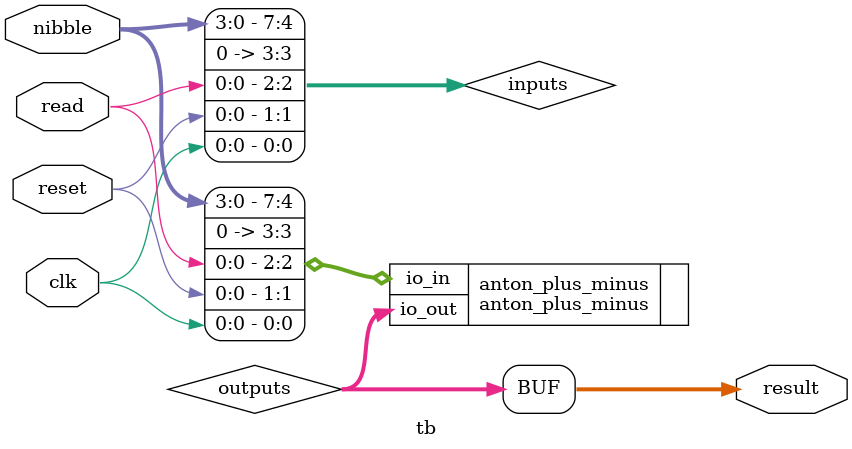
<source format=v>
`default_nettype none
`timescale 1ns/1ps



module tb (
    // Testbench is controlled by test.py
    input clk,
    input reset,
    input read,
    input [3:0] nibble,
    output [7:0] result
);

    // This part dumps the trace to a .vcd file that can be viewed with GTKWave:
    initial begin
        $dumpfile ("tb.vcd");
        $dumpvars (0, tb);
        #1;
    end

    // Wire up the inputs and outputs to our respective test signals:
    wire [7:0] inputs = {nibble, 1'b0, read, reset, clk};
    wire [7:0] outputs;
    assign result = outputs;

    // Instantiate the DUT (Device Under Test):
    anton_plus_minus anton_plus_minus(
        `ifdef GL_TEST
        .vccd1( 1'b1),
        .vssd1( 1'b0),
        `endif
        .io_in  (inputs),
        .io_out (outputs)
    );

endmodule

</source>
